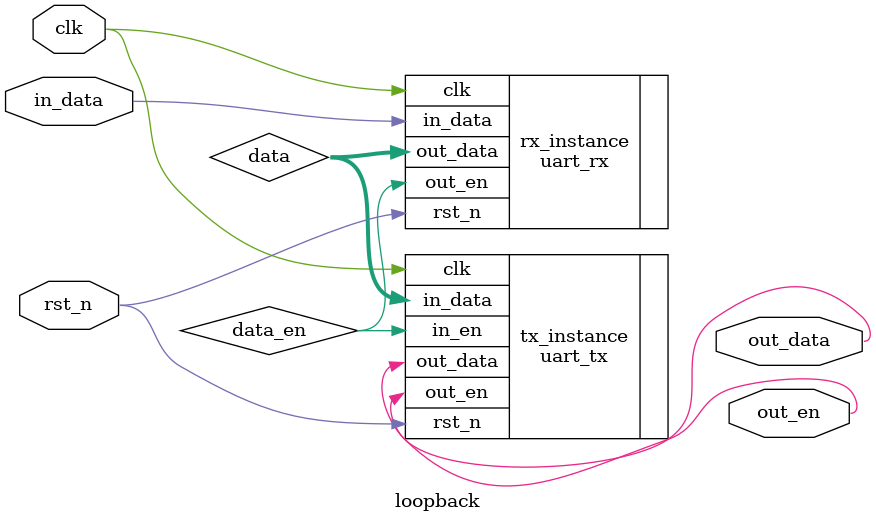
<source format=v>

module loopback #(
    parameter BAUD = 9600 // default to 9600
)
(
    input wire clk,
    input wire rst_n,
    input wire in_data,
    output wire out_data,
    output wire out_en
);

    wire [7:0] data;
    wire data_en;

    uart_rx #(BAUD) rx_instance (
        .clk (clk),
        .rst_n (rst_n),
        .in_data (in_data),
        .out_data (data),
        .out_en (data_en)
    );

    uart_tx #(BAUD) tx_instance (
        .clk (clk),
        .rst_n (rst_n),
        .in_data (data),
        .in_en (data_en),
        .out_data (out_data),
        .out_en (out_en)
    );

endmodule

</source>
